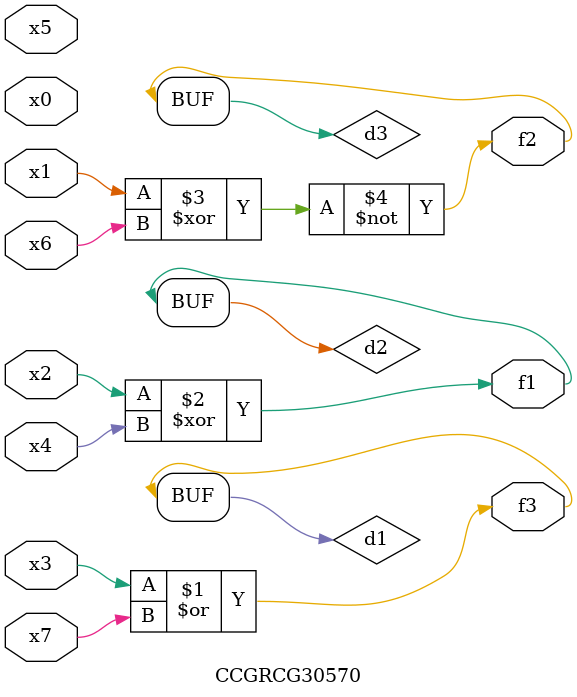
<source format=v>
module CCGRCG30570(
	input x0, x1, x2, x3, x4, x5, x6, x7,
	output f1, f2, f3
);

	wire d1, d2, d3;

	or (d1, x3, x7);
	xor (d2, x2, x4);
	xnor (d3, x1, x6);
	assign f1 = d2;
	assign f2 = d3;
	assign f3 = d1;
endmodule

</source>
